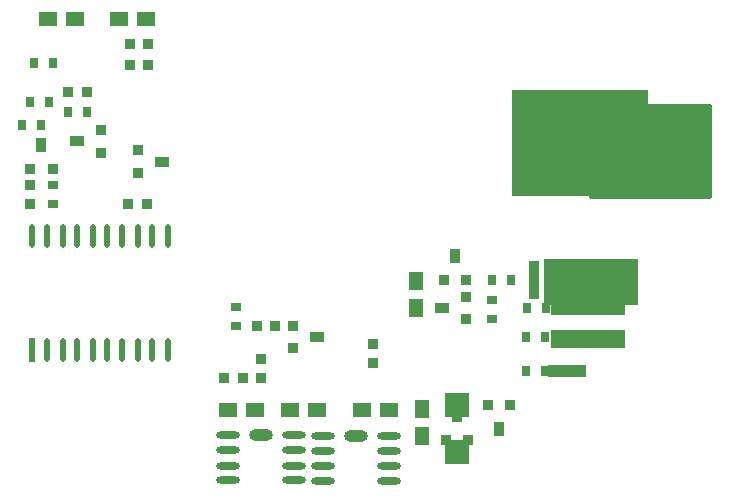
<source format=gtp>
%FSLAX44Y44*%
%MOMM*%
G71*
G01*
G75*
G04 Layer_Color=8421504*
%ADD10C,0.4500*%
%ADD11R,0.9000X0.9500*%
%ADD12R,0.9500X0.9000*%
%ADD13R,1.5000X1.2500*%
%ADD14R,1.2500X1.5000*%
%ADD15R,6.3500X1.5240*%
%ADD16R,3.2000X1.0000*%
%ADD17R,0.9144X0.9144*%
%ADD18R,1.2700X0.9144*%
%ADD19R,0.9144X0.9144*%
%ADD20R,0.9144X1.2700*%
%ADD21R,0.9500X0.8000*%
%ADD22R,0.8000X0.9500*%
%ADD23O,0.5000X2.0000*%
%ADD24R,0.5000X2.0000*%
%ADD25R,0.9000X3.2000*%
%ADD26R,11.5000X9.0000*%
%ADD27R,0.9000X0.9000*%
%ADD28R,0.9000X1.2500*%
%ADD29R,2.0000X2.0000*%
%ADD30R,8.0000X4.0000*%
%ADD31O,2.0000X0.6000*%
%ADD32O,2.0000X1.0000*%
%ADD33C,0.5000*%
%ADD34C,0.3000*%
%ADD35R,1.7500X1.7500*%
%ADD36C,1.7500*%
%ADD37C,1.4000*%
%ADD38C,1.5000*%
%ADD39C,1.8000*%
%ADD40C,2.5000*%
%ADD41R,25.0000X8.0000*%
%ADD42R,22.0000X8.0000*%
%ADD43R,1.3000X1.3000*%
%ADD44C,1.3000*%
%ADD45C,1.2000*%
%ADD46C,0.2540*%
%ADD47C,0.2000*%
%ADD48C,0.3048*%
%ADD49C,0.2500*%
%ADD50C,0.1800*%
%ADD51C,0.1000*%
D10*
X510500Y-197750D02*
X610500D01*
X510500Y-195002D02*
X610500D01*
X510500Y-191002D02*
X610500D01*
X510500Y-197750D02*
Y-122000D01*
X510997Y-197750D02*
Y-122000D01*
X514997Y-197750D02*
Y-122000D01*
X510500Y-187002D02*
X610500D01*
X510500Y-183002D02*
X610500D01*
X510500Y-179002D02*
X610500D01*
X510500Y-175002D02*
X610500D01*
X510500Y-171002D02*
X610500D01*
X510500Y-167002D02*
X610500D01*
X510500Y-163002D02*
X610500D01*
X510500Y-159002D02*
X610500D01*
X510500Y-155002D02*
X610500D01*
X510500Y-151002D02*
X610500D01*
X510500Y-147002D02*
X610500D01*
X510500Y-143002D02*
X610500D01*
X510500Y-139002D02*
X610500D01*
X510500Y-135002D02*
X610500D01*
X510500Y-131002D02*
X610500D01*
X510500Y-127002D02*
X610500D01*
X510500Y-123002D02*
X610500D01*
X510500Y-122000D02*
X610500D01*
X518997Y-197750D02*
Y-122000D01*
X522997Y-197750D02*
Y-122000D01*
X526997Y-197750D02*
Y-122000D01*
X530997Y-197750D02*
Y-122000D01*
X534997Y-197750D02*
Y-122000D01*
X538997Y-197750D02*
Y-122000D01*
X542997Y-197750D02*
Y-122000D01*
X546997Y-197750D02*
Y-122000D01*
X550997Y-197750D02*
Y-122000D01*
X554997Y-197750D02*
Y-122000D01*
X558997Y-197750D02*
Y-122000D01*
X562997Y-197750D02*
Y-122000D01*
X566997Y-197750D02*
Y-122000D01*
X570997Y-197750D02*
Y-122000D01*
X574997Y-197750D02*
Y-122000D01*
X578997Y-197750D02*
Y-122000D01*
X582997Y-197750D02*
Y-122000D01*
X586997Y-197750D02*
Y-122000D01*
X590997Y-197750D02*
Y-122000D01*
X594997Y-197750D02*
Y-122000D01*
X598997Y-197750D02*
Y-122000D01*
X602997Y-197750D02*
Y-122000D01*
X606997Y-197750D02*
Y-122000D01*
X610500Y-197750D02*
Y-122000D01*
D11*
X227500Y-307750D02*
D03*
X243500D02*
D03*
X120000Y-69250D02*
D03*
X136000D02*
D03*
X118500Y-204500D02*
D03*
X134500D02*
D03*
X84000Y-110250D02*
D03*
X68000D02*
D03*
X199750Y-352250D02*
D03*
X215750D02*
D03*
X120000Y-87500D02*
D03*
X136000D02*
D03*
D12*
X326250Y-323500D02*
D03*
Y-339500D02*
D03*
X35750Y-188500D02*
D03*
Y-204500D02*
D03*
X231500Y-336250D02*
D03*
Y-352250D02*
D03*
D13*
X317000Y-379250D02*
D03*
X340000D02*
D03*
X256000D02*
D03*
X279000D02*
D03*
X226250Y-379500D02*
D03*
X203250D02*
D03*
X111250Y-47750D02*
D03*
X134250D02*
D03*
X73750D02*
D03*
X50750D02*
D03*
D14*
X367750Y-401000D02*
D03*
Y-378000D02*
D03*
X362500Y-269750D02*
D03*
Y-292750D02*
D03*
D15*
X507750Y-318750D02*
D03*
Y-291500D02*
D03*
D16*
X490500Y-346250D02*
D03*
Y-284250D02*
D03*
D17*
X405000Y-283450D02*
D03*
Y-302500D02*
D03*
X258250Y-307750D02*
D03*
Y-326800D02*
D03*
X127500Y-159250D02*
D03*
Y-178300D02*
D03*
X95750Y-161500D02*
D03*
Y-142450D02*
D03*
D18*
X384680Y-292848D02*
D03*
X278570Y-317402D02*
D03*
X147820Y-168902D02*
D03*
X75430Y-151848D02*
D03*
D19*
X386000Y-269500D02*
D03*
X405050D02*
D03*
X442500Y-374750D02*
D03*
X423450D02*
D03*
X54800Y-175250D02*
D03*
X35750D02*
D03*
D20*
X395652Y-249180D02*
D03*
X432848Y-395070D02*
D03*
X45402Y-154930D02*
D03*
D21*
X210500Y-291750D02*
D03*
Y-307750D02*
D03*
X426500Y-302000D02*
D03*
Y-286000D02*
D03*
X54750Y-188500D02*
D03*
Y-204500D02*
D03*
D22*
X51500Y-118750D02*
D03*
X35500D02*
D03*
X84000Y-127250D02*
D03*
X68000D02*
D03*
X55250Y-85750D02*
D03*
X39250D02*
D03*
X472500Y-293250D02*
D03*
X456500D02*
D03*
X427000Y-269500D02*
D03*
X443000D02*
D03*
X29000Y-138000D02*
D03*
X45000D02*
D03*
X472000Y-317500D02*
D03*
X456000D02*
D03*
X472000Y-346250D02*
D03*
X456000D02*
D03*
D23*
X88750Y-232000D02*
D03*
X50250Y-328500D02*
D03*
X63250D02*
D03*
X75750D02*
D03*
X101250D02*
D03*
X113750D02*
D03*
X126750D02*
D03*
X139250D02*
D03*
X152250D02*
D03*
Y-232000D02*
D03*
X139250D02*
D03*
X126750D02*
D03*
X113750D02*
D03*
X101250D02*
D03*
X75750D02*
D03*
X63250D02*
D03*
X50250D02*
D03*
X37750D02*
D03*
X88750Y-328500D02*
D03*
D24*
X37750D02*
D03*
D25*
X475500Y-269500D02*
D03*
X462750D02*
D03*
X488250D02*
D03*
X513750D02*
D03*
X526500D02*
D03*
X539250D02*
D03*
D26*
X501000Y-152750D02*
D03*
D27*
X387750Y-404250D02*
D03*
X406750D02*
D03*
D28*
X397250Y-383750D02*
D03*
D29*
Y-414750D02*
D03*
Y-374750D02*
D03*
D30*
X510997Y-270500D02*
D03*
D31*
X284000Y-439000D02*
D03*
X340000Y-401000D02*
D03*
Y-413500D02*
D03*
Y-426500D02*
D03*
Y-439000D02*
D03*
X284000Y-426500D02*
D03*
Y-413500D02*
D03*
Y-401000D02*
D03*
X203250Y-400750D02*
D03*
Y-413250D02*
D03*
Y-426250D02*
D03*
X259250Y-438750D02*
D03*
Y-426250D02*
D03*
Y-413250D02*
D03*
Y-400750D02*
D03*
X203250Y-438750D02*
D03*
D32*
X231250Y-400750D02*
D03*
X312000Y-401000D02*
D03*
M02*

</source>
